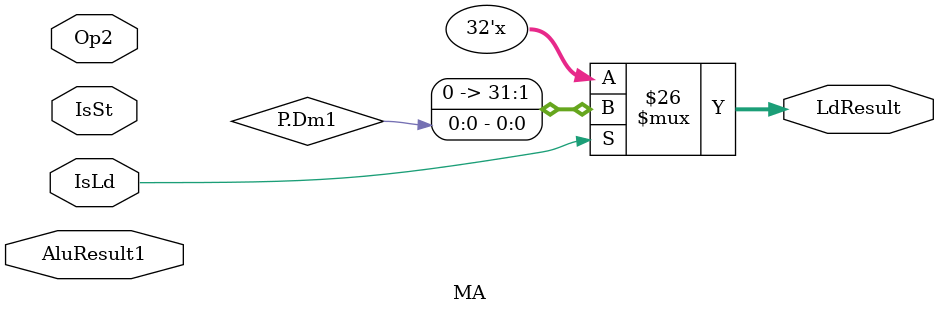
<source format=v>
/*
MA:
Author: 2016eeb1087(sanket Nyayadhish)
Date: 23/12/2017
*/

module MA(
          input [31:0] Op2,
          input [31:0] AluResult1,
          input IsLd,
          input IsSt,
          output [31:0] LdResult
          );         
wire [31:0] Op2,AluResult1;
wire IsLd,IsSt;
reg [31:0] LdResult;

//---------------------------------------

           always @(*)
           begin
                                       // waiting for aluresult to come.
           if (IsLd == 1)
           begin
           P.Am1    = AluResult1 ;
           LdResult = P.Dm1;
           P.RW     = 0;
          end
          else if ( IsSt == 1)
          begin
         
           P.RW  = 1;
           P.Am2 = AluResult1 ;
           P.Dm3 = Op2 ;
          end
          
          end
          endmodule 
         

</source>
